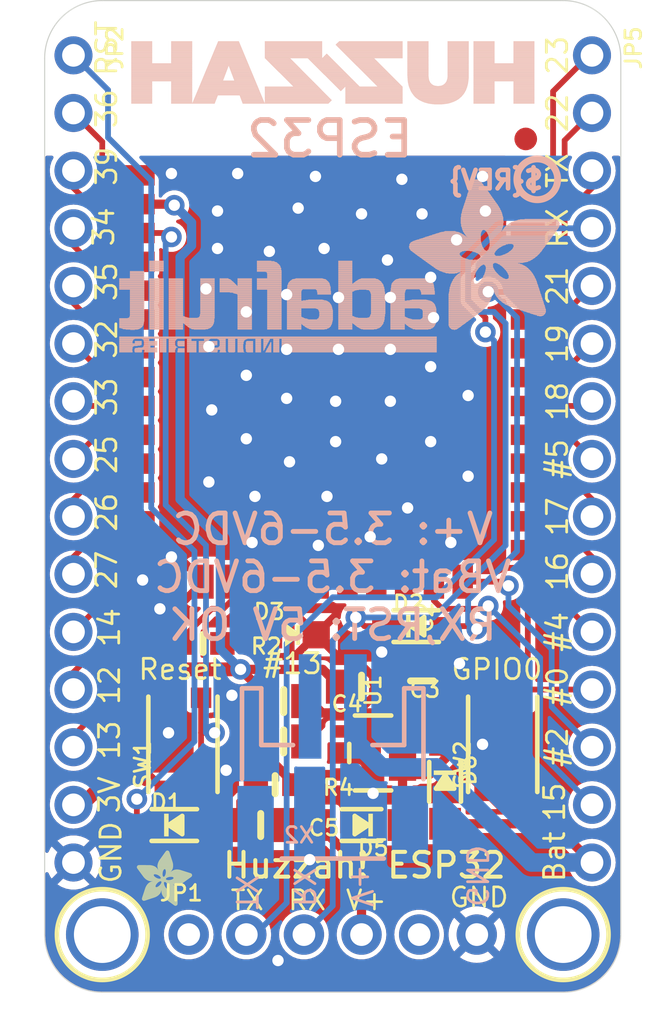
<source format=kicad_pcb>
(kicad_pcb (version 20221018) (generator pcbnew)
  (layers (0 "F.Cu" signal) (1 "In1.Cu" signal) (2 "In2.Cu" signal) (3 "In3.Cu" signal) (4 "In4.Cu" signal) (5 "In5.Cu" signal) (6 "In6.Cu" signal) (7 "In7.Cu" signal) (8 "In8.Cu" signal) (9 "In9.Cu" signal) (10 "In10.Cu" signal) (11 "In11.Cu" signal) (12 "In12.Cu" signal) (13 "In13.Cu" signal) (14 "In14.Cu" signal) (31 "B.Cu" signal) (34 "B.Paste" user) (35 "F.Paste" user) (36 "B.SilkS" user "B.Silkscreen") (37 "F.SilkS" user "F.Silkscreen") (38 "B.Mask" user) (39 "F.Mask" user) (44 "Edge.Cuts" user))
  (net 0 "")
  (net 1 "GND")
  (net 2 "VIN")
  (net 3 "3.3V")
  (net 4 "RESET")
  (net 5 "GPIO16")
  (net 6 "GPIO14")
  (net 7 "GPIO12")
  (net 8 "GPIO13")
  (net 9 "GPIO15")
  (net 10 "GPIO2")
  (net 11 "GPIO0")
  (net 12 "GPIO5")
  (net 13 "GPIO4")
  (net 14 "RXD")
  (net 15 "TXD")
  (net 16 "RESET_5V")
  (net 17 "RXD_5V")
  (net 18 "VBAT")
  (net 19 "LDO_EN")
  (net 20 "GPIO17")
  (net 21 "GPIO18")
  (net 22 "GPIO19")
  (net 23 "GPIO21")
  (net 24 "GPIO22")
  (net 25 "GPIO23")
  (net 26 "GPIO25")
  (net 27 "GPIO26")
  (net 28 "GPIO27")
  (net 29 "GPIO32")
  (net 30 "GPIO33")
  (net 31 "GPI34")
  (net 32 "GPI35")
  (net 33 "GPIO36")
  (net 34 "GPIO39")
  (net 35 "N$1")
  (footprint "working:ADAFRUIT_2.5MM" (layer "F.Cu") (at 139.8651 123.0376)
    (fp_text reference "U$3" hide)
    (fp_text value "" hide)
  )
  (footprint "working:0805-NO" (layer "F.Cu") (at 152.4381 113.1316 90)
    (fp_text reference "C2")
    (fp_text value "10uF")
  )
  (footprint "working:FIDUCIAL_1MM" (layer "F.Cu") (at 157.0101 89.2556)
    (fp_text reference "FID1" hide)
    (fp_text value "FIDUCIAL_1MM" hide)
  )
  (footprint "working:SOD-123" (layer "F.Cu") (at 153.4541 117.5766 -90)
    (fp_text reference "D6")
    (fp_text value "MBR120")
  )
  (footprint "working:1X06_ROUND_70" (layer "F.Cu") (at 148.5011 124.3076)
    (fp_text reference "JP1")
    (fp_text value "FTDI")
  )
  (footprint "working:MOUNTINGHOLE_2.5_PLATED" (layer "F.Cu") (at 138.3411 124.3076)
    (fp_text reference "U$15" hide)
    (fp_text value "MOUNTINGHOLE2.5" hide)
  )
  (footprint "working:0805-NO" (layer "F.Cu") (at 146.3421 115.7986)
    (fp_text reference "C1" hide)
    (fp_text value "10uF")
  )
  (footprint "working:1X15_ROUND_70" (layer "F.Cu") (at 137.0711 103.3526 -90)
    (fp_text reference "JP2")
    (fp_text value "")
  )
  (footprint "working:SOD-323" (layer "F.Cu") (at 141.5161 119.4816)
    (fp_text reference "D1")
    (fp_text value "1n4148")
  )
  (footprint "working:0805-NO" (layer "F.Cu") (at 145.3261 119.4816)
    (fp_text reference "C5")
    (fp_text value "1uF")
  )
  (footprint "working:0603-NO" (layer "F.Cu") (at 142.7861 111.4806)
    (fp_text reference "R2")
    (fp_text value "1K")
  )
  (footprint "working:BTN_KMR2_4.6X2.8" (layer "F.Cu") (at 155.9941 115.9256 90)
    (fp_text reference "SW2")
    (fp_text value "KMR2")
  )
  (footprint "working:0805-NO" (layer "F.Cu") (at 146.3421 114.0206)
    (fp_text reference "C4")
    (fp_text value "10uF")
  )
  (footprint "working:CHIPLED_0805_NOOUTLINE" (layer "F.Cu") (at 146.7231 111.0996 -90)
    (fp_text reference "D3")
    (fp_text value "RED")
  )
  (footprint "working:0603-NO" (layer "F.Cu") (at 145.9611 117.7036)
    (fp_text reference "R4")
    (fp_text value "10K")
  )
  (footprint "working:0805-NO" (layer "F.Cu") (at 149.7711 113.3856)
    (fp_text reference "C3")
    (fp_text value "10uF")
  )
  (footprint "working:SOD-323" (layer "F.Cu") (at 152.1841 110.7186)
    (fp_text reference "D2")
    (fp_text value "1n4148")
  )
  (footprint "working:FIDUCIAL_1MM" (layer "F.Cu") (at 140.8811 125.8316)
    (fp_text reference "FID3" hide)
    (fp_text value "FIDUCIAL_1MM" hide)
  )
  (footprint "working:SOT23-5" (layer "F.Cu") (at 150.2791 116.3066 90)
    (fp_text reference "U1")
    (fp_text value "AP2112-3.3")
  )
  (footprint "working:1X15_ROUND_70" (layer "F.Cu") (at 159.9311 103.3526 -90)
    (fp_text reference "JP5")
    (fp_text value "")
  )
  (footprint "working:WROOM32" (layer "F.Cu") (at 148.5011 95.8596)
    (fp_text reference "X1" hide)
    (fp_text value "ESP32_WROOM32" hide)
  )
  (footprint "working:SOD-123" (layer "F.Cu") (at 149.7711 119.4816 180)
    (fp_text reference "D5")
    (fp_text value "MBR120")
  )
  (footprint "working:BTN_KMR2_4.6X2.8" (layer "F.Cu") (at 141.8971 115.9256 90)
    (fp_text reference "SW1")
    (fp_text value "KMR2")
  )
  (footprint "working:MOUNTINGHOLE_2.5_PLATED" (layer "F.Cu") (at 158.6611 124.3076)
    (fp_text reference "U$16" hide)
    (fp_text value "MOUNTINGHOLE2.5" hide)
  )
  (footprint "working:ADAFRUIT_TEXT_20MM" (layer "B.Cu") (at 158.6611 98.6536 180)
    (fp_text reference "U$12" hide)
    (fp_text value "" hide)
  )
  (footprint "working:HUZZAHLOGO" (layer "B.Cu") (at 157.3911 87.7316 180)
    (fp_text reference "U$2" hide)
    (fp_text value "" hide)
  )
  (footprint "working:JSTPH2" (layer "B.Cu") (at 148.5011 117.9576)
    (fp_text reference "X2")
    (fp_text value "JSTPH")
  )
  (footprint "working:PCBFEAT-REV-040" (layer "B.Cu") (at 157.5181 91.0336 180)
    (fp_text reference "U$13" hide)
    (fp_text value "" hide)
  )
  (gr_line (start 135.8011 85.6996) (end 135.8011 124.3076) (stroke (width 0.05)) (layer "Edge.Cuts"))
  (gr_line (start 161.2011 124.3076) (end 161.2011 85.6996) (stroke (width 0.05)) (layer "Edge.Cuts"))
  (gr_line (start 158.6611 83.1596) (end 138.3411 83.1596) (stroke (width 0.05)) (layer "Edge.Cuts"))
  (gr_arc (start 161.2011 124.3076) (mid 160.457151 126.103651) (end 158.6611 126.8476) (stroke (width 0.05)) (layer "Edge.Cuts"))
  (gr_arc (start 158.6611 83.1596) (mid 160.457151 83.903549) (end 161.2011 85.6996) (stroke (width 0.05)) (layer "Edge.Cuts"))
  (gr_arc (start 138.3411 126.8476) (mid 136.545049 126.103651) (end 135.8011 124.3076) (stroke (width 0.05)) (layer "Edge.Cuts"))
  (gr_arc (start 135.8011 85.6996) (mid 136.545049 83.903549) (end 138.3411 83.1596) (stroke (width 0.05)) (layer "Edge.Cuts"))
  (gr_line (start 138.3411 126.8476) (end 158.6611 126.8476) (stroke (width 0.05)) (layer "Edge.Cuts"))
  (gr_text "V+" (at 149.7711 123.1646 -90) (layer "B.SilkS") (effects (font (size 0.89408 0.89408) (thickness 0.12192)) (justify left mirror)))
  (gr_text "GND" (at 154.8511 123.1646 -90) (layer "B.SilkS") (effects (font (size 0.89408 0.89408) (thickness 0.12192)) (justify left mirror)))
  (gr_text "TX" (at 144.6911 123.2916 -90) (layer "B.SilkS") (effects (font (size 0.89408 0.89408) (thickness 0.12192)) (justify left mirror)))
  (gr_text "V+: 3.5-6VDC\nVBat: 3.5-6VDC\nRX,RST: 5V OK" (at 148.5011 108.5596) (layer "B.SilkS") (effects (font (size 1.31064 1.31064) (thickness 0.21336)) (justify mirror)))
  (gr_text "RX" (at 147.2311 123.1646 -90) (layer "B.SilkS") (effects (font (size 0.89408 0.89408) (thickness 0.12192)) (justify left mirror)))
  (gr_text "ESP32" (at 148.3741 89.2556) (layer "B.SilkS") (effects (font (size 1.52908 1.52908) (thickness 0.24892)) (justify mirror)))
  (gr_text "26" (at 138.5316 105.7021 90) (layer "F.SilkS") (effects (font (size 0.89408 0.89408) (thickness 0.12192))))
  (gr_text "17" (at 158.4071 105.8926 90) (layer "F.SilkS") (effects (font (size 0.89408 0.89408) (thickness 0.12192))))
  (gr_text "RX" (at 158.4071 93.1926 90) (layer "F.SilkS") (effects (font (size 0.89408 0.89408) (thickness 0.12192))))
  (gr_text "GPIO0" (at 155.7401 112.6236) (layer "F.SilkS") (effects (font (size 0.89408 0.89408) (thickness 0.12192))))
  (gr_text "Bat" (at 158.2801 120.8786 90) (layer "F.SilkS") (effects (font (size 0.89408 0.89408) (thickness 0.12192))))
  (gr_text "16" (at 158.4071 108.3056 90) (layer "F.SilkS") (effects (font (size 0.89408 0.89408) (thickness 0.12192))))
  (gr_text "14" (at 138.6586 110.7821 90) (layer "F.SilkS") (effects (font (size 0.89408 0.89408) (thickness 0.12192))))
  (gr_text "27" (at 138.5316 108.2421 90) (layer "F.SilkS") (effects (font (size 0.89408 0.89408) (thickness 0.12192))))
  (gr_text "15" (at 158.2801 118.4656 90) (layer "F.SilkS") (effects (font (size 0.89408 0.89408) (thickness 0.12192))))
  (gr_text "3V" (at 138.6586 118.1481 90) (layer "F.SilkS") (effects (font (size 0.89408 0.89408) (thickness 0.12192))))
  (gr_text "12" (at 138.6586 113.3221 90) (layer "F.SilkS") (effects (font (size 0.89408 0.89408) (thickness 0.12192))))
  (gr_text "34" (at 138.4046 93.1291 90) (layer "F.SilkS") (effects (font (size 0.89408 0.89408) (thickness 0.12192))))
  (gr_text "V+" (at 149.0091 123.2916) (layer "F.SilkS") (effects (font (size 0.849376 0.849376) (thickness 0.115824)) (justify left bottom)))
  (gr_text "19" (at 158.4071 98.2726 90) (layer "F.SilkS") (effects (font (size 0.89408 0.89408) (thickness 0.12192))))
  (gr_text "#2" (at 158.4071 116.0526 90) (layer "F.SilkS") (effects (font (size 0.89408 0.89408) (thickness 0.12192))))
  (gr_text "Huzzah! ESP32" (at 149.8981 121.2596) (layer "F.SilkS") (effects (font (size 1.0922 1.0922) (thickness 0.1778))))
  (gr_text "23" (at 158.4071 85.5726 90) (layer "F.SilkS") (effects (font (size 0.89408 0.89408) (thickness 0.12192))))
  (gr_text "#0" (at 158.4071 113.3856 90) (layer "F.SilkS") (effects (font (size 0.89408 0.89408) (thickness 0.12192))))
  (gr_text "GND" (at 153.5811 123.1646) (layer "F.SilkS") (effects (font (size 0.849376 0.849376) (thickness 0.115824)) (justify left bottom)))
  (gr_text "RST" (at 138.5316 85.2551 90) (layer "F.SilkS") (effects (font (size 0.89408 0.89408) (thickness 0.12192))))
  (gr_text "21" (at 158.4071 95.7326 90) (layer "F.SilkS") (effects (font (size 0.89408 0.89408) (thickness 0.12192))))
  (gr_text "22" (at 158.4071 88.1126 90) (layer "F.SilkS") (effects (font (size 0.89408 0.89408) (thickness 0.12192))))
  (gr_text "25" (at 138.5316 103.1621 90) (layer "F.SilkS") (effects (font (size 0.89408 0.89408) (thickness 0.12192))))
  (gr_text "TX" (at 158.4071 90.6526 90) (layer "F.SilkS") (effects (font (size 0.89408 0.89408) (thickness 0.12192))))
  (gr_text "TX" (at 143.9291 123.2916) (layer "F.SilkS") (effects (font (size 0.849376 0.849376) (thickness 0.115824)) (justify left bottom)))
  (gr_text "18" (at 158.4071 100.8126 90) (layer "F.SilkS") (effects (font (size 0.89408 0.89408) (thickness 0.12192))))
  (gr_text "35" (at 138.5316 95.5421 90) (layer "F.SilkS") (effects (font (size 0.89408 0.89408) (thickness 0.12192))))
  (gr_text "39" (at 138.5316 90.4621 90) (layer "F.SilkS") (effects (font (size 0.89408 0.89408) (thickness 0.12192))))
  (gr_text "32" (at 138.5316 98.0821 90) (layer "F.SilkS") (effects (font (size 0.89408 0.89408) (thickness 0.12192))))
  (gr_text "#4" (at 158.4071 110.9726 90) (layer "F.SilkS") (effects (font (size 0.89408 0.89408) (thickness 0.12192))))
  (gr_text "#13" (at 146.7231 112.3696) (layer "F.SilkS") (effects (font (size 0.89408 0.89408) (thickness 0.12192))))
  (gr_text "13" (at 138.6586 115.7351 90) (layer "F.SilkS") (effects (font (size 0.89408 0.89408) (thickness 0.12192))))
  (gr_text "36" (at 138.5316 87.9221 90) (layer "F.SilkS") (effects (font (size 0.89408 0.89408) (thickness 0.12192))))
  (gr_text "Reset" (at 141.7701 112.6236) (layer "F.SilkS") (effects (font (size 0.89408 0.89408) (thickness 0.12192))))
  (gr_text "GND" (at 138.7221 120.6881 90) (layer "F.SilkS") (effects (font (size 0.89408 0.89408) (thickness 0.12192))))
  (gr_text "RX" (at 146.4691 123.2916) (layer "F.SilkS") (effects (font (size 0.849376 0.849376) (thickness 0.115824)) (justify left bottom)))
  (gr_text "#5" (at 158.4071 103.3526 90) (layer "F.SilkS") (effects (font (size 0.89408 0.89408) (thickness 0.12192))))
  (gr_text "33" (at 138.5316 100.6221 90) (layer "F.SilkS") (effects (font (size 0.89408 0.89408) (thickness 0.12192))))
  (segment (start 150.5331 114.9096) (end 150.7871 114.6556) (width 0.4064) (layer "F.Cu") (net 1))
  (segment (start 150.7871 113.4516) (end 150.7211 113.3856) (width 0.4064) (layer "F.Cu") (net 1))
  (segment (start 150.7871 114.6556) (end 150.7871 113.4516) (width 0.4064) (layer "F.Cu") (net 1))
  (segment (start 150.1655 114.542) (end 150.5331 114.9096) (width 0.4064) (layer "F.Cu") (net 1))
  (segment (start 147.511362 114.0206) (end 148.032762 114.542) (width 0.4064) (layer "F.Cu") (net 1))
  (segment (start 147.2921 114.0206) (end 147.511362 114.0206) (width 0.4064) (layer "F.Cu") (net 1))
  (segment (start 148.032762 114.542) (end 150.1655 114.542) (width 0.4064) (layer "F.Cu") (net 1))
  (via (at 151.0411 98.5266) (size 0.9064) (drill 0.5) (layers "F.Cu" "B.Cu") (net 1))
  (via (at 152.8191 99.2886) (size 0.9064) (drill 0.5) (layers "F.Cu" "B.Cu") (net 1))
  (via (at 152.4381 92.5576) (size 0.9064) (drill 0.5) (layers "F.Cu" "B.Cu") (net 1))
  (via (at 147.8661 107.1626) (size 0.9064) (drill 0.5) (layers "F.Cu" "B.Cu") (net 1))
  (via (at 148.6281 100.8126) (size 0.9064) (drill 0.5) (layers "F.Cu" "B.Cu") (net 1))
  (via (at 155.2321 92.4306) (size 0.9064) (drill 0.5) (layers "F.Cu" "B.Cu") (net 1))
  (via (at 146.4691 98.5266) (size 0.9064) (drill 0.5) (layers "F.Cu" "B.Cu") (net 1))
  (via (at 150.9141 94.5896) (size 0.9064) (drill 0.5) (layers "F.Cu" "B.Cu") (net 1))
  (via (at 140.1191 108.6866) (size 0.9064) (drill 0.5) (layers "F.Cu" "B.Cu") (net 1))
  (via (at 148.7551 98.5266) (size 0.9064) (drill 0.5) (layers "F.Cu" "B.Cu") (net 1))
  (via (at 144.6911 96.8756) (size 0.9064) (drill 0.5) (layers "F.Cu" "B.Cu") (net 1))
  (via (at 150.2791 118.0846) (size 0.9064) (drill 0.5) (layers "F.Cu" "B.Cu") (net 1))
  (via (at 153.7081 107.0356) (size 0.9064) (drill 0.5) (layers "F.Cu" "B.Cu") (net 1))
  (via (at 142.9131 95.8596) (size 0.9064) (drill 0.5) (layers "F.Cu" "B.Cu") (net 1))
  (via (at 153.9621 93.7006) (size 0.9064) (drill 0.5) (layers "F.Cu" "B.Cu") (net 1))
  (via (at 146.5961 103.4796) (size 0.9064) (drill 0.5) (layers "F.Cu" "B.Cu") (net 1))
  (via (at 146.0881 125.4506) (size 0.9064) (drill 0.5) (layers "F.Cu" "B.Cu") (net 1))
  (via (at 141.3891 90.7796) (size 0.9064) (drill 0.5) (layers "F.Cu" "B.Cu") (net 1))
  (via (at 154.4701 100.5586) (size 0.9064) (drill 0.5) (layers "F.Cu" "B.Cu") (net 1))
  (via (at 150.1521 106.7816) (size 0.9064) (drill 0.5) (layers "F.Cu" "B.Cu") (net 1))
  (via (at 147.4851 121.0056) (size 0.9064) (drill 0.5) (layers "F.Cu" "B.Cu") (net 1))
  (via (at 154.4701 104.1146) (size 0.9064) (drill 0.5) (layers "F.Cu" "B.Cu") (net 1))
  (via (at 145.0721 105.0036) (size 0.9064) (drill 0.5) (layers "F.Cu" "B.Cu") (net 1))
  (via (at 143.0401 104.3686) (size 0.9064) (drill 0.5) (layers "F.Cu" "B.Cu") (net 1))
  (via (at 152.9461 97.1296) (size 0.9064) (drill 0.5) (layers "F.Cu" "B.Cu") (net 1))
  (via (at 152.8191 95.3516) (size 0.9064) (drill 0.5) (layers "F.Cu" "B.Cu") (net 1))
  (via (at 144.6911 102.4636) (size 0.9064) (drill 0.5) (layers "F.Cu" "B.Cu") (net 1))
  (via (at 154.0891 112.3696) (size 0.9064) (drill 0.5) (layers "F.Cu" "B.Cu") (net 1))
  (via (at 144.6911 99.6696) (size 0.9064) (drill 0.5) (layers "F.Cu" "B.Cu") (net 1))
  (via (at 151.8031 105.5116) (size 0.9064) (drill 0.5) (layers "F.Cu" "B.Cu") (net 1))
  (via (at 143.4211 94.0816) (size 0.9064) (drill 0.5) (layers "F.Cu" "B.Cu") (net 1))
  (via (at 148.6281 102.5906) (size 0.9064) (drill 0.5) (layers "F.Cu" "B.Cu") (net 1))
  (via (at 155.1051 90.9066) (size 0.9064) (drill 0.5) (layers "F.Cu" "B.Cu") (net 1))
  (via (at 151.5491 91.0336) (size 0.9064) (drill 0.5) (layers "F.Cu" "B.Cu") (net 1))
  (via (at 144.9451 107.0356) (size 0.9064) (drill 0.5) (layers "F.Cu" "B.Cu") (net 1))
  (via (at 151.0411 96.2406) (size 0.9064) (drill 0.5) (layers "F.Cu" "B.Cu") (net 1))
  (via (at 152.8191 102.5906) (size 0.9064) (drill 0.5) (layers "F.Cu" "B.Cu") (net 1))
  (via (at 149.7711 92.5576) (size 0.9064) (drill 0.5) (layers "F.Cu" "B.Cu") (net 1))
  (via (at 146.4691 100.6856) (size 0.9064) (drill 0.5) (layers "F.Cu" "B.Cu") (net 1))
  (via (at 155.1051 115.9256) (size 0.9064) (drill 0.5) (layers "F.Cu" "B.Cu") (net 1))
  (via (at 143.1671 101.1936) (size 0.9064) (drill 0.5) (layers "F.Cu" "B.Cu") (net 1))
  (via (at 141.2621 115.4176) (size 0.9064) (drill 0.5) (layers "F.Cu" "B.Cu") (net 1))
  (via (at 147.7391 90.9066) (size 0.9064) (drill 0.5) (layers "F.Cu" "B.Cu") (net 1))
  (via (at 145.7071 94.2086) (size 0.9064) (drill 0.5) (layers "F.Cu" "B.Cu") (net 1))
  (via (at 140.8811 109.9566) (size 0.9064) (drill 0.5) (layers "F.Cu" "B.Cu") (net 1))
  (via (at 143.0401 98.3996) (size 0.9064) (drill 0.5) (layers "F.Cu" "B.Cu") (net 1))
  (via (at 144.3101 90.7796) (size 0.9064) (drill 0.5) (layers "F.Cu" "B.Cu") (net 1))
  (via (at 150.6601 103.3526) (size 0.9064) (drill 0.5) (layers "F.Cu" "B.Cu") (net 1))
  (via (at 143.8021 117.0686) (size 0.9064) (drill 0.5) (layers "F.Cu" "B.Cu") (net 1))
  (via (at 141.3891 107.6706) (size 0.9064) (drill 0.5) (layers "F.Cu" "B.Cu") (net 1))
  (via (at 148.1201 94.0816) (size 0.9064) (drill 0.5) (layers "F.Cu" "B.Cu") (net 1))
  (via (at 148.7551 96.2406) (size 0.9064) (drill 0.5) (layers "F.Cu" "B.Cu") (net 1))
  (via (at 151.0411 100.8126) (size 0.9064) (drill 0.5) (layers "F.Cu" "B.Cu") (net 1))
  (via (at 148.2471 105.0036) (size 0.9064) (drill 0.5) (layers "F.Cu" "B.Cu") (net 1))
  (via (at 150.6601 111.8616) (size 0.9064) (drill 0.5) (layers "F.Cu" "B.Cu") (net 1))
  (via (at 146.4691 96.1136) (size 0.9064) (drill 0.5) (layers "F.Cu" "B.Cu") (net 1))
  (via (at 144.0561 113.7666) (size 0.9064) (drill 0.5) (layers "F.Cu" "B.Cu") (net 1))
  (via (at 143.4211 92.4306) (size 0.9064) (drill 0.5) (layers "F.Cu" "B.Cu") (net 1))
  (via (at 146.9771 92.3036) (size 0.9064) (drill 0.5) (layers "F.Cu" "B.Cu") (net 1))
  (segment (start 147.9211 119.5366) (end 147.9211 119.4816) (width 0.4064) (layer "F.Cu") (net 2))
  (segment (start 149.7711 121.3866) (end 147.9211 119.5366) (width 0.4064) (layer "F.Cu") (net 2))
  (segment (start 149.7711 121.3866) (end 149.7711 124.3076) (width 0.4064) (layer "F.Cu") (net 2))
  (segment (start 139.3571 116.6876) (end 139.3571 113.6396) (width 0.6096) (layer "F.Cu") (net 3))
  (segment (start 145.3921 113.5786) (end 144.4371 112.6236) (width 0.4064) (layer "F.Cu") (net 3))
  (segment (start 145.3921 114.0206) (end 145.3921 113.5786) (width 0.4064) (layer "F.Cu") (net 3))
  (segment (start 145.3921 115.7986) (end 145.3921 114.0206) (width 0.4064) (layer "F.Cu") (net 3))
  (segment (start 137.0711 118.5926) (end 137.4521 118.5926) (width 0.6096) (layer "F.Cu") (net 3))
  (segment (start 137.4521 118.5926) (end 139.3571 116.6876) (width 0.6096) (layer "F.Cu") (net 3))
  (segment (start 141.5161 92.1766) (end 141.4691 92.1296) (width 0.4064) (layer "F.Cu") (net 3))
  (segment (start 146.8111 117.6646) (end 146.8111 117.7036) (width 0.4064) (layer "F.Cu") (net 3))
  (segment (start 145.3921 116.2456) (end 146.8111 117.6646) (width 0.4064) (layer "F.Cu") (net 3))
  (segment (start 147.2191 117.2566) (end 146.8111 117.6646) (width 0.4064) (layer "F.Cu") (net 3))
  (segment (start 145.3921 115.7986) (end 145.3921 116.2456) (width 0.4064) (layer "F.Cu") (net 3))
  (segment (start 145.3921 115.8036) (end 145.3921 115.7986) (width 0.254) (layer "F.Cu") (net 3))
  (segment (start 148.979 117.2566) (end 147.2191 117.2566) (width 0.4064) (layer "F.Cu") (net 3))
  (segment (start 139.3571 113.6396) (end 140.3731 112.6236) (width 0.6096) (layer "F.Cu") (net 3))
  (segment (start 148.0591 112.6236) (end 144.4371 112.6236) (width 0.4064) (layer "F.Cu") (net 3))
  (segment (start 140.3731 112.6236) (end 144.4371 112.6236) (width 0.6096) (layer "F.Cu") (net 3))
  (segment (start 141.4691 92.1296) (end 139.9011 92.1296) (width 0.4064) (layer "F.Cu") (net 3))
  (segment (start 148.8211 113.3856) (end 148.0591 112.6236) (width 0.4064) (layer "F.Cu") (net 3))
  (via (at 144.4371 112.6236) (size 0.9064) (drill 0.5) (layers "F.Cu" "B.Cu") (net 3))
  (via (at 141.5161 92.1766) (size 0.9064) (drill 0.5) (layers "F.Cu" "B.Cu") (net 3))
  (segment (start 142.2781 93.9546) (end 141.7701 94.4626) (width 0.4064) (layer "B.Cu") (net 3))
  (segment (start 144.4371 112.6236) (end 143.5481 111.7346) (width 0.4064) (layer "B.Cu") (net 3))
  (segment (start 143.5481 111.7346) (end 143.5481 106.9086) (width 0.4064) (layer "B.Cu") (net 3))
  (segment (start 142.2781 92.9386) (end 141.5161 92.1766) (width 0.4064) (layer "B.Cu") (net 3))
  (segment (start 141.7701 105.1306) (end 141.7701 94.4626) (width 0.4064) (layer "B.Cu") (net 3))
  (segment (start 142.2781 92.9386) (end 142.2781 93.9546) (width 0.4064) (layer "B.Cu") (net 3))
  (segment (start 143.5481 106.9086) (end 141.7701 105.1306) (width 0.4064) (layer "B.Cu") (net 3))
  (segment (start 142.6971 117.9756) (end 142.7861 118.0646) (width 0.254) (layer "F.Cu") (net 4))
  (segment (start 142.6971 115.41491) (end 142.6971 117.9756) (width 0.254) (layer "F.Cu") (net 4))
  (segment (start 142.6971 115.41491) (end 142.69979 115.4176) (width 0.254) (layer "F.Cu") (net 4))
  (segment (start 142.69979 115.4176) (end 143.2941 115.4176) (width 0.254) (layer "F.Cu") (net 4))
  (segment (start 141.2151 93.3996) (end 139.9011 93.3996) (width 0.254) (layer "F.Cu") (net 4))
  (segment (start 144.3761 119.4816) (end 142.7861 119.4816) (width 0.254) (layer "F.Cu") (net 4))
  (segment (start 142.7861 118.0646) (end 142.7861 119.4816) (width 0.254) (layer "F.Cu") (net 4))
  (segment (start 142.6971 113.8756) (end 142.6971 115.41491) (width 0.254) (layer "F.Cu") (net 4))
  (segment (start 144.3761 119.4816) (end 144.3761 118.4386) (width 0.254) (layer "F.Cu") (net 4))
  (segment (start 141.3891 93.5736) (end 141.2151 93.3996) (width 0.254) (layer "F.Cu") (net 4))
  (segment (start 144.3761 118.4386) (end 145.1111 117.7036) (width 0.254) (layer "F.Cu") (net 4))
  (via (at 141.3891 93.5736) (size 0.9064) (drill 0.5) (layers "F.Cu" "B.Cu") (net 4))
  (via (at 143.2941 115.4176) (size 0.9064) (drill 0.5) (layers "F.Cu" "B.Cu") (net 4))
  (segment (start 142.9131 107.1626) (end 141.1351 105.3846) (width 0.254) (layer "B.Cu") (net 4))
  (segment (start 143.2941 115.4176) (end 142.9131 115.4176) (width 0.254) (layer "B.Cu") (net 4))
  (segment (start 142.9131 115.4176) (end 142.9131 107.1626) (width 0.254) (layer "B.Cu") (net 4))
  (segment (start 141.1351 93.8276) (end 141.3891 93.5736) (width 0.254) (layer "B.Cu") (net 4))
  (segment (start 141.1351 105.3846) (end 141.1351 93.8276) (width 0.254) (layer "B.Cu") (net 4))
  (segment (start 159.9311 107.6706) (end 159.9311 108.4326) (width 0.254) (layer "F.Cu") (net 5))
  (segment (start 158.6611 106.4006) (end 159.9311 107.6706) (width 0.254) (layer "F.Cu") (net 5))
  (segment (start 157.1011 104.8296) (end 157.9791 104.8296) (width 0.254) (layer "F.Cu") (net 5))
  (segment (start 158.6611 105.5116) (end 158.6611 106.4006) (width 0.254) (layer "F.Cu") (net 5))
  (segment (start 157.9791 104.8296) (end 158.6611 105.5116) (width 0.254) (layer "F.Cu") (net 5))
  (segment (start 138.3411 109.7026) (end 137.0711 110.9726) (width 0.254) (layer "F.Cu") (net 6))
  (segment (start 139.4041 106.0996) (end 138.3411 107.1626) (width 0.254) (layer "F.Cu") (net 6))
  (segment (start 138.3411 107.1626) (end 138.3411 109.7026) (width 0.254) (layer "F.Cu") (net 6))
  (segment (start 139.9011 106.0996) (end 139.4041 106.0996) (width 0.254) (layer "F.Cu") (net 6))
  (segment (start 137.0711 112.7506) (end 137.0711 113.5126) (width 0.254) (layer "F.Cu") (net 7))
  (segment (start 138.9761 110.8456) (end 137.0711 112.7506) (width 0.254) (layer "F.Cu") (net 7))
  (segment (start 139.9011 107.3696) (end 139.6581 107.3696) (width 0.254) (layer "F.Cu") (net 7))
  (segment (start 139.6581 107.3696) (end 138.9761 108.0516) (width 0.254) (layer "F.Cu") (net 7))
  (segment (start 138.9761 108.0516) (end 138.9761 110.8456) (width 0.254) (layer "F.Cu") (net 7))
  (segment (start 141.9361 111.4806) (end 141.9361 111.1876) (width 0.254) (layer "F.Cu") (net 8))
  (segment (start 144.0711 109.5606) (end 143.6751 109.9566) (width 0.254) (layer "F.Cu") (net 8))
  (segment (start 138.3411 114.2746) (end 137.0711 115.5446) (width 0.254) (layer "F.Cu") (net 8))
  (segment (start 144.0711 108.7596) (end 144.0711 109.5606) (width 0.254) (layer "F.Cu") (net 8))
  (segment (start 143.1671 109.9566) (end 142.0241 111.0996) (width 0.254) (layer "F.Cu") (net 8))
  (segment (start 140.1191 111.0996) (end 138.3411 112.8776) (width 0.254) (layer "F.Cu") (net 8))
  (segment (start 140.1191 111.0996) (end 142.0241 111.0996) (width 0.254) (layer "F.Cu") (net 8))
  (segment (start 137.0711 115.5446) (end 137.0711 116.0526) (width 0.254) (layer "F.Cu") (net 8))
  (segment (start 143.6751 109.9566) (end 143.1671 109.9566) (width 0.254) (layer "F.Cu") (net 8))
  (segment (start 138.3411 112.8776) (end 138.3411 114.2746) (width 0.254) (layer "F.Cu") (net 8))
  (segment (start 141.9361 111.1876) (end 142.0241 111.0996) (width 0.254) (layer "F.Cu") (net 8))
  (segment (start 142.0241 111.0996) (end 142.3171 111.0996) (width 0.254) (layer "F.Cu") (net 8))
  (segment (start 153.3271 109.9566) (end 155.2321 109.9566) (width 0.254) (layer "F.Cu") (net 9))
  (segment (start 152.9611 109.5906) (end 153.3271 109.9566) (width 0.254) (layer "F.Cu") (net 9))
  (segment (start 155.2321 109.9566) (end 155.3591 109.8296) (width 0.254) (layer "F.Cu") (net 9))
  (segment (start 152.9611 108.7596) (end 152.9611 109.5906) (width 0.254) (layer "F.Cu") (net 9))
  (via (at 155.3591 109.8296) (size 0.9064) (drill 0.5) (layers "F.Cu" "B.Cu") (net 9))
  (segment (start 155.3591 109.8296) (end 157.6451 112.1156) (width 0.254) (layer "B.Cu") (net 9))
  (segment (start 157.6451 116.3066) (end 159.9311 118.5926) (width 0.254) (layer "B.Cu") (net 9))
  (segment (start 157.6451 112.1156) (end 157.6451 116.3066) (width 0.254) (layer "B.Cu") (net 9))
  (segment (start 156.0671 108.7596) (end 156.2481 108.9406) (width 0.254) (layer "F.Cu") (net 10))
  (segment (start 156.0671 108.7596) (end 154.2311 108.7596) (width 0.254) (layer "F.Cu") (net 10))
  (via (at 156.2481 108.9406) (size 0.9064) (drill 0.5) (layers "F.Cu" "B.Cu") (net 10))
  (segment (start 156.2481 109.8296) (end 156.2481 108.9406) (width 0.254) (layer "B.Cu") (net 10))
  (segment (start 159.9311 116.0526) (end 158.1531 114.2746) (width 0.254) (layer "B.Cu") (net 10))
  (segment (start 158.1531 114.2746) (end 158.1531 111.7346) (width 0.254) (layer "B.Cu") (net 10))
  (segment (start 158.1531 111.7346) (end 156.2481 109.8296) (width 0.254) (layer "B.Cu") (net 10))
  (segment (start 159.9311 113.5126) (end 157.1571 113.5126) (width 0.254) (layer "F.Cu") (net 11))
  (segment (start 157.1571 113.5126) (end 156.7941 113.8756) (width 0.254) (layer "F.Cu") (net 11))
  (segment (start 157.1011 107.3696) (end 157.1011 113.5686) (width 0.254) (layer "F.Cu") (net 11))
  (segment (start 157.1011 113.5686) (end 156.7941 113.8756) (width 0.254) (layer "F.Cu") (net 11))
  (segment (start 156.7941 113.8756) (end 156.7941 117.9756) (width 0.254) (layer "F.Cu") (net 11))
  (segment (start 158.8681 102.2896) (end 159.9311 103.3526) (width 0.254) (layer "F.Cu") (net 12))
  (segment (start 157.1011 102.2896) (end 158.8681 102.2896) (width 0.254) (layer "F.Cu") (net 12))
  (segment (start 157.1011 106.0996) (end 158.1061 106.0996) (width 0.254) (layer "F.Cu") (net 13))
  (segment (start 158.1061 106.0996) (end 158.1531 106.1466) (width 0.254) (layer "F.Cu") (net 13))
  (segment (start 158.6611 107.2896) (end 158.6611 109.7026) (width 0.254) (layer "F.Cu") (net 13))
  (segment (start 158.1531 106.7816) (end 158.6611 107.2896) (width 0.254) (layer "F.Cu") (net 13))
  (segment (start 158.1531 106.1466) (end 158.1531 106.7816) (width 0.254) (layer "F.Cu") (net 13))
  (segment (start 158.6611 109.7026) (end 159.9311 110.9726) (width 0.254) (layer "F.Cu") (net 13))
  (segment (start 157.0541 95.9866) (end 157.1011 95.9396) (width 0.254) (layer "F.Cu") (net 14))
  (segment (start 154.7241 110.7186) (end 154.8511 110.8456) (width 0.254) (layer "F.Cu") (net 14))
  (segment (start 153.4541 110.7186) (end 154.7241 110.7186) (width 0.254) (layer "F.Cu") (net 14))
  (segment (start 155.3591 95.9866) (end 157.0541 95.9866) (width 0.254) (layer "F.Cu") (net 14))
  (via (at 155.3591 95.9866) (size 0.9064) (drill 0.5) (layers "F.Cu" "B.Cu") (net 14))
  (via (at 154.8511 110.8456) (size 0.9064) (drill 0.5) (layers "F.Cu" "B.Cu") (net 14))
  (segment (start 154.7241 110.8456) (end 154.8511 110.8456) (width 0.254) (layer "B.Cu") (net 14))
  (segment (start 156.6291 107.4166) (end 156.6291 97.1296) (width 0.254) (layer "B.Cu") (net 14))
  (segment (start 156.6291 107.4166) (end 154.4701 109.5756) (width 0.254) (layer "B.Cu") (net 14))
  (segment (start 154.4701 109.5756) (end 154.4701 110.5916) (width 0.254) (layer "B.Cu") (net 14))
  (segment (start 156.6291 97.1296) (end 155.4861 95.9866) (width 0.254) (layer "B.Cu") (net 14))
  (segment (start 154.4701 110.5916) (end 154.7241 110.8456) (width 0.254) (layer "B.Cu") (net 14))
  (segment (start 155.4861 95.9866) (end 155.3591 95.9866) (width 0.254) (layer "B.Cu") (net 14))
  (segment (start 158.0731 94.6696) (end 158.7246 94.0181) (width 0.254) (layer "F.Cu") (net 15))
  (segment (start 157.1011 94.6696) (end 158.0731 94.6696) (width 0.254) (layer "F.Cu") (net 15))
  (segment (start 155.2791 94.6696) (end 154.4701 95.4786) (width 0.254) (layer "F.Cu") (net 15))
  (segment (start 154.4701 95.4786) (end 154.4701 96.3676) (width 0.254) (layer "F.Cu") (net 15))
  (segment (start 159.9311 91.4146) (end 159.9311 90.6526) (width 0.254) (layer "F.Cu") (net 15))
  (segment (start 157.1011 94.6696) (end 155.2791 94.6696) (width 0.254) (layer "F.Cu") (net 15))
  (segment (start 158.7246 92.6211) (end 159.9311 91.4146) (width 0.254) (layer "F.Cu") (net 15))
  (segment (start 154.4701 96.3676) (end 155.2321 97.1296) (width 0.254) (layer "F.Cu") (net 15))
  (segment (start 155.2321 97.1296) (end 155.2321 97.7646) (width 0.254) (layer "F.Cu") (net 15))
  (segment (start 158.7246 94.0181) (end 158.7246 92.6211) (width 0.254) (layer "F.Cu") (net 15))
  (via (at 155.2321 97.7646) (size 0.9064) (drill 0.5) (layers "F.Cu" "B.Cu") (net 15))
  (segment (start 149.5171 109.4486) (end 153.0731 109.4486) (width 0.254) (layer "B.Cu") (net 15))
  (segment (start 146.4691 122.9106) (end 146.4691 111.4806) (width 0.254) (layer "B.Cu") (net 15))
  (segment (start 145.0721 124.3076) (end 146.4691 122.9106) (width 0.254) (layer "B.Cu") (net 15))
  (segment (start 146.4691 111.4806) (end 148.5011 109.4486) (width 0.254) (layer "B.Cu") (net 15))
  (segment (start 148.5011 109.4486) (end 149.1361 109.4486) (width 0.254) (layer "B.Cu") (net 15))
  (segment (start 153.0731 109.4486) (end 155.6131 106.9086) (width 0.254) (layer "B.Cu") (net 15))
  (segment (start 155.6131 106.9086) (end 155.6131 98.1456) (width 0.254) (layer "B.Cu") (net 15))
  (segment (start 155.6131 98.1456) (end 155.2321 97.7646) (width 0.254) (layer "B.Cu") (net 15))
  (segment (start 149.1361 109.4486) (end 149.5171 109.4486) (width 0.254) (layer "B.Cu") (net 15))
  (segment (start 144.6911 124.3076) (end 145.0721 124.3076) (width 0.254) (layer "B.Cu") (net 15))
  (segment (start 139.8651 119.1006) (end 139.8651 118.3386) (width 0.254) (layer "F.Cu") (net 16))
  (segment (start 140.2461 119.4816) (end 139.8651 119.1006) (width 0.254) (layer "F.Cu") (net 16))
  (via (at 139.8651 118.3386) (size 0.9064) (drill 0.5) (layers "F.Cu" "B.Cu") (net 16))
  (segment (start 142.4051 107.4166) (end 140.5001 105.5116) (width 0.254) (layer "B.Cu") (net 16))
  (segment (start 140.5001 91.0971) (end 138.5951 89.1921) (width 0.254) (layer "B.Cu") (net 16))
  (segment (start 140.5001 105.5116) (end 140.5001 91.0971) (width 0.254) (layer "B.Cu") (net 16))
  (segment (start 142.4051 115.7986) (end 142.4051 107.4166) (width 0.254) (layer "B.Cu") (net 16))
  (segment (start 139.8651 118.3386) (end 142.4051 115.7986) (width 0.254) (layer "B.Cu") (net 16))
  (segment (start 138.5951 87.0966) (end 137.0711 85.5726) (width 0.254) (layer "B.Cu") (net 16))
  (segment (start 138.5951 89.1921) (end 138.5951 87.0966) (width 0.254) (layer "B.Cu") (net 16))
  (segment (start 150.9141 110.7186) (end 149.8981 110.7186) (width 0.254) (layer "F.Cu") (net 17))
  (segment (start 149.8981 110.7186) (end 149.5171 110.3376) (width 0.254) (layer "F.Cu") (net 17))
  (via (at 149.5171 110.3376) (size 0.9064) (drill 0.5) (layers "F.Cu" "B.Cu") (net 17))
  (segment (start 156.1211 107.1626) (end 152.9461 110.3376) (width 0.254) (layer "B.Cu") (net 17))
  (segment (start 154.4701 96.3676) (end 154.9781 96.8756) (width 0.254) (layer "B.Cu") (net 17))
  (segment (start 155.8671 93.1926) (end 159.9311 93.1926) (width 0.254) (layer "B.Cu") (net 17))
  (segment (start 148.5011 111.3536) (end 149.5171 110.3376) (width 0.254) (layer "B.Cu") (net 17))
  (segment (start 155.6131 96.8756) (end 156.1211 97.3836) (width 0.254) (layer "B.Cu") (net 17))
  (segment (start 154.4701 94.5896) (end 154.4701 96.3676) (width 0.254) (layer "B.Cu") (net 17))
  (segment (start 152.9461 110.3376) (end 149.5171 110.3376) (width 0.254) (layer "B.Cu") (net 17))
  (segment (start 156.1211 97.3836) (end 156.1211 107.1626) (width 0.254) (layer "B.Cu") (net 17))
  (segment (start 147.2311 124.3076) (end 148.5011 123.0376) (width 0.254) (layer "B.Cu") (net 17))
  (segment (start 154.9781 96.8756) (end 155.6131 96.8756) (width 0.254) (layer "B.Cu") (net 17))
  (segment (start 148.5011 123.0376) (end 148.5011 111.3536) (width 0.254) (layer "B.Cu") (net 17))
  (segment (start 154.4701 94.5896) (end 155.8671 93.1926) (width 0.254) (layer "B.Cu") (net 17))
  (segment (start 158.2251 119.4266) (end 153.4541 119.4266) (width 0.4064) (layer "F.Cu") (net 18))
  (segment (start 159.9311 121.1326) (end 158.2251 119.4266) (width 0.4064) (layer "F.Cu") (net 18))
  (segment (start 149.5011 114.2576) (end 149.5011 115.7826) (width 0.8128) (layer "B.Cu") (net 18))
  (segment (start 150.6601 116.9416) (end 153.0731 116.9416) (width 0.8128) (layer "B.Cu") (net 18))
  (segment (start 153.0731 116.9416) (end 157.2641 121.1326) (width 0.8128) (layer "B.Cu") (net 18))
  (segment (start 149.5011 115.7826) (end 150.6601 116.9416) (width 0.8128) (layer "B.Cu") (net 18))
  (segment (start 157.2641 121.1326) (end 159.9311 121.1326) (width 0.8128) (layer "B.Cu") (net 18))
  (segment (start 151.5792 115.3566) (end 153.2661 115.3566) (width 0.4064) (layer "F.Cu") (net 19))
  (segment (start 151.6211 119.4816) (end 151.5792 119.4397) (width 0.4064) (layer "F.Cu") (net 19))
  (segment (start 152.7581 117.2566) (end 153.4541 116.5606) (width 0.4064) (layer "F.Cu") (net 19))
  (segment (start 152.4381 114.0816) (end 153.4541 115.0976) (width 0.4064) (layer "F.Cu") (net 19))
  (segment (start 153.4541 116.5606) (end 153.4541 115.7266) (width 0.4064) (layer "F.Cu") (net 19))
  (segment (start 153.2661 115.3566) (end 153.4541 115.5446) (width 0.4064) (layer "F.Cu") (net 19))
  (segment (start 151.5792 117.2566) (end 152.7581 117.2566) (width 0.4064) (layer "F.Cu") (net 19))
  (segment (start 153.4541 115.0976) (end 153.4541 115.5446) (width 0.4064) (layer "F.Cu") (net 19))
  (segment (start 151.5792 119.4397) (end 151.5792 117.2566) (width 0.4064) (layer "F.Cu") (net 19))
  (segment (start 153.4541 115.5446) (end 153.4541 115.7266) (width 0.4064) (layer "F.Cu") (net 19))
  (segment (start 157.1011 103.5596) (end 158.3601 103.5596) (width 0.254) (layer "F.Cu") (net 20))
  (segment (start 159.9311 105.1306) (end 159.9311 105.8926) (width 0.254) (layer "F.Cu") (net 20))
  (segment (start 158.3601 103.5596) (end 159.9311 105.1306) (width 0.254) (layer "F.Cu") (net 20))
  (segment (start 157.1011 101.0196) (end 159.7241 101.0196) (width 0.254) (layer "F.Cu") (net 21))
  (segment (start 159.7241 101.0196) (end 159.9311 100.8126) (width 0.254) (layer "F.Cu") (net 21))
  (segment (start 158.4541 99.7496) (end 159.9311 98.2726) (width 0.254) (layer "F.Cu") (net 22))
  (segment (start 157.1011 99.7496) (end 158.4541 99.7496) (width 0.254) (layer "F.Cu") (net 22))
  (segment (start 158.4541 97.2096) (end 159.9311 95.7326) (width 0.254) (layer "F.Cu") (net 23))
  (segment (start 157.1011 97.2096) (end 158.4541 97.2096) (width 0.254) (layer "F.Cu") (net 23))
  (segment (start 157.8191 93.3996) (end 158.2166 93.0021) (width 0.254) (layer "F.Cu") (net 24))
  (segment (start 158.2166 92.3671) (end 158.7246 91.8591) (width 0.254) (layer "F.Cu") (net 24))
  (segment (start 158.7246 89.3191) (end 159.9311 88.1126) (width 0.254) (layer "F.Cu") (net 24))
  (segment (start 157.1011 93.3996) (end 157.8191 93.3996) (width 0.254) (layer "F.Cu") (net 24))
  (segment (start 158.2166 93.0021) (end 158.2166 92.3671) (width 0.254) (layer "F.Cu") (net 24))
  (segment (start 158.7246 91.8591) (end 158.7246 89.3191) (width 0.254) (layer "F.Cu") (net 24))
  (segment (start 158.2166 91.6051) (end 158.2166 87.1601) (width 0.254) (layer "F.Cu") (net 25))
  (segment (start 157.1011 92.1296) (end 157.6921 92.1296) (width 0.254) (layer "F.Cu") (net 25))
  (segment (start 157.6921 92.1296) (end 158.2166 91.6051) (width 0.254) (layer "F.Cu") (net 25))
  (segment (start 159.8041 85.5726) (end 159.9311 85.5726) (width 0.254) (layer "F.Cu") (net 25))
  (segment (start 159.8041 85.5726) (end 158.2166 87.1601) (width 0.254) (layer "F.Cu") (net 25))
  (segment (start 139.9011 102.2896) (end 138.1341 102.2896) (width 0.254) (layer "F.Cu") (net 26))
  (segment (start 138.1341 102.2896) (end 137.0711 103.3526) (width 0.254) (layer "F.Cu") (net 26))
  (segment (start 139.9011 103.5596) (end 138.6421 103.5596) (width 0.254) (layer "F.Cu") (net 27))
  (segment (start 138.6421 103.5596) (end 137.0711 105.1306) (width 0.254) (layer "F.Cu") (net 27))
  (segment (start 137.0711 105.1306) (end 137.0711 105.8926) (width 0.254) (layer "F.Cu") (net 27))
  (segment (start 137.0711 107.6706) (end 137.0711 108.4326) (width 0.254) (layer "F.Cu") (net 28))
  (segment (start 138.6421 104.8296) (end 138.3411 105.1306) (width 0.254) (layer "F.Cu") (net 28))
  (segment (start 138.3411 105.1306) (end 138.3411 106.4006) (width 0.254) (layer "F.Cu") (net 28))
  (segment (start 138.3411 106.4006) (end 137.0711 107.6706) (width 0.254) (layer "F.Cu") (net 28))
  (segment (start 139.9011 104.8296) (end 138.6421 104.8296) (width 0.254) (layer "F.Cu") (net 28))
  (segment (start 138.5481 99.7496) (end 137.0711 98.2726) (width 0.254) (layer "F.Cu") (net 29))
  (segment (start 139.9011 99.7496) (end 138.5481 99.7496) (width 0.254) (layer "F.Cu") (net 29))
  (segment (start 137.2781 101.0196) (end 137.0711 100.8126) (width 0.254) (layer "F.Cu") (net 30))
  (segment (start 139.9011 101.0196) (end 137.2781 101.0196) (width 0.254) (layer "F.Cu") (net 30))
  (segment (start 138.2776 96.4311) (end 139.0561 97.2096) (width 0.254) (layer "F.Cu") (net 31))
  (segment (start 139.0561 97.2096) (end 139.9011 97.2096) (width 0.254) (layer "F.Cu") (net 31))
  (segment (start 138.2776 95.1611) (end 138.2776 96.4311) (width 0.254) (layer "F.Cu") (net 31))
  (segment (start 137.0711 93.1926) (end 137.0711 93.9546) (width 0.254) (layer "F.Cu") (net 31))
  (segment (start 137.0711 93.9546) (end 138.2776 95.1611) (width 0.254) (layer "F.Cu") (net 31))
  (segment (start 137.0711 95.7326) (end 137.0711 96.4946) (width 0.254) (layer "F.Cu") (net 32))
  (segment (start 137.0711 96.4946) (end 139.0561 98.4796) (width 0.254) (layer "F.Cu") (net 32))
  (segment (start 139.0561 98.4796) (end 139.9011 98.4796) (width 0.254) (layer "F.Cu") (net 32))
  (segment (start 138.3411 89.3826) (end 137.0711 88.1126) (width 0.254) (layer "F.Cu") (net 33))
  (segment (start 139.3736 94.6696) (end 138.7856 94.0816) (width 0.254) (layer "F.Cu") (net 33))
  (segment (start 139.9011 94.6696) (end 139.3736 94.6696) (width 0.254) (layer "F.Cu") (net 33))
  (segment (start 138.3411 91.7321) (end 138.3411 89.3826) (width 0.254) (layer "F.Cu") (net 33))
  (segment (start 138.7856 94.0816) (end 138.7856 92.1766) (width 0.254) (layer "F.Cu") (net 33))
  (segment (start 138.7856 92.1766) (end 138.3411 91.7321) (width 0.254) (layer "F.Cu") (net 33))
  (segment (start 137.0711 90.6526) (end 137.0711 91.4146) (width 0.254) (layer "F.Cu") (net 34))
  (segment (start 139.0396 95.7326) (end 139.6941 95.7326) (width 0.254) (layer "F.Cu") (net 34))
  (segment (start 138.2776 94.3356) (end 138.7856 94.8436) (width 0.254) (layer "F.Cu") (net 34))
  (segment (start 138.7856 95.4786) (end 139.0396 95.7326) (width 0.254) (layer "F.Cu") (net 34))
  (segment (start 137.0711 91.4146) (end 138.2776 92.6211) (width 0.254) (layer "F.Cu") (net 34))
  (segment (start 138.7856 94.8436) (end 138.7856 95.4786) (width 0.254) (layer "F.Cu") (net 34))
  (segment (start 138.2776 92.6211) (end 138.2776 94.3356) (width 0.254) (layer "F.Cu") (net 34))
  (segment (start 139.6941 95.7326) (end 139.9011 95.9396) (width 0.254) (layer "F.Cu") (net 34))
  (segment (start 144.0171 111.0996) (end 145.6731 111.0996) (width 0.254) (layer "F.Cu") (net 35))
  (segment (start 143.6361 111.4806) (end 144.0171 111.0996) (width 0.254) (layer "F.Cu") (net 35))
  (zone (net 1) (net_name "GND") (layer "F.Cu") (priority 6) (connect_pads (clearance 0.000001)) (min_thickness 0.1524) (fill yes (thermal_gap 0.3548) (thermal_bridge_width 0.3548))
    (polygon (pts (xy 161.352974 127) (xy 135.648172 127) (xy 135.776226 89.9922) (xy 161.481028 89.9922)))
  )
  (zone (net 1) (net_name "GND") (layer "B.Cu") (priority 6) (connect_pads (clearance 0.000001)) (min_thickness 0.1524) (fill yes (thermal_gap 0.3548) (thermal_bridge_width 0.3548))
    (polygon (pts (xy 161.3535 127) (xy 135.6487 127) (xy 135.6487 89.9922) (xy 161.3535 89.9922)))
  )
)
</source>
